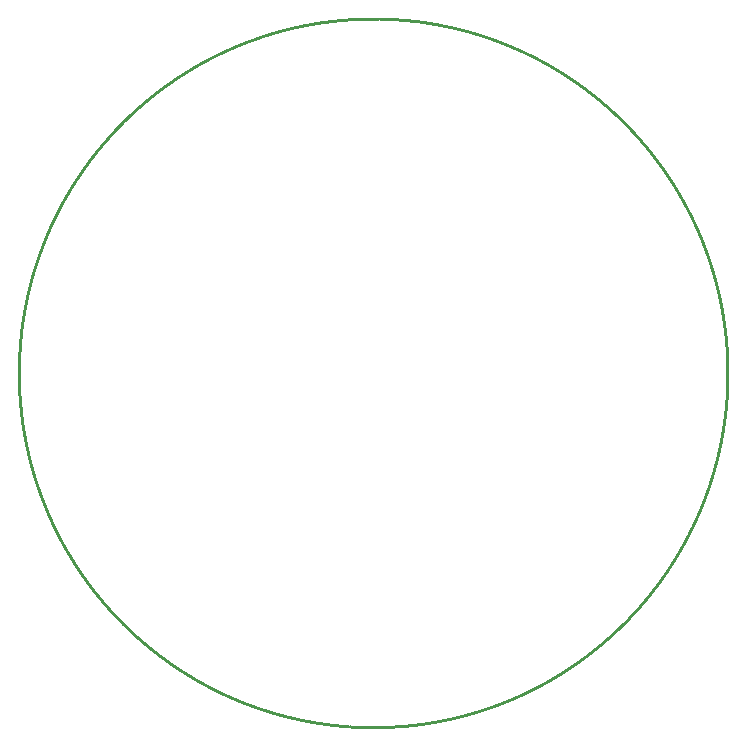
<source format=gko>
G04 Layer_Color=16711935*
%FSTAX42Y42*%
%MOMM*%
G71*
G01*
G75*
%ADD29C,0.25*%
D29*
X027028Y041444D02*
G03*
X027028Y041496I-003J0D01*
G01*
D02*
G03*
X027026Y041548I-003J-000052D01*
G01*
D02*
G03*
X027024Y041601I-002998J-000105D01*
G01*
D02*
G03*
X027021Y041653I-002996J-000157D01*
G01*
D02*
G03*
X027017Y041705I-002993J-000209D01*
G01*
D02*
G03*
X027012Y041757I-002989J-000261D01*
G01*
D02*
G03*
X027006Y041809I-002984J-000314D01*
G01*
D02*
G03*
X026999Y041861I-002978J-000366D01*
G01*
D02*
G03*
X026991Y041913I-002971J-000418D01*
G01*
D02*
G03*
X026983Y041965I-002963J-000469D01*
G01*
D02*
G03*
X026973Y042016I-002954J-000521D01*
G01*
D02*
G03*
X026963Y042067I-002945J-000572D01*
G01*
D02*
G03*
X026951Y042119I-002934J-000624D01*
G01*
D02*
G03*
X026939Y04217I-002923J-000675D01*
G01*
D02*
G03*
X026926Y04222I-002911J-000726D01*
G01*
D02*
G03*
X026912Y042271I-002898J-000776D01*
G01*
D02*
G03*
X026897Y042321I-002884J-000827D01*
G01*
D02*
G03*
X026881Y042371I-002869J-000877D01*
G01*
D02*
G03*
X026865Y04242I-002853J-000927D01*
G01*
D02*
G03*
X026847Y04247I-002837J-000977D01*
G01*
D02*
G03*
X026829Y042519I-002819J-001026D01*
G01*
D02*
G03*
X02681Y042568I-002801J-001075D01*
G01*
D02*
G03*
X02679Y042616I-002782J-001124D01*
G01*
D02*
G03*
X026769Y042664I-002762J-001172D01*
G01*
D02*
G03*
X026747Y042712I-002741J-00122D01*
G01*
D02*
G03*
X026725Y042759I-002719J-001268D01*
G01*
D02*
G03*
X026701Y042806I-002696J-001315D01*
G01*
D02*
G03*
X026677Y042852I-002673J-001362D01*
G01*
D02*
G03*
X026652Y042898I-002649J-001408D01*
G01*
D02*
G03*
X026626Y042944I-002624J-001454D01*
G01*
D02*
G03*
X0266Y042989I-002598J-0015D01*
G01*
D02*
G03*
X026572Y043034I-002572J-001545D01*
G01*
D02*
G03*
X026544Y043078I-002544J-00159D01*
G01*
D02*
G03*
X026515Y043121I-002516J-001634D01*
G01*
D02*
G03*
X026486Y043164I-002487J-001678D01*
G01*
D02*
G03*
X026455Y043207I-002457J-001721D01*
G01*
D02*
G03*
X026424Y043249I-002427J-001763D01*
G01*
D02*
G03*
X026392Y043291I-002396J-001805D01*
G01*
D02*
G03*
X02636Y043332I-002364J-001847D01*
G01*
D02*
G03*
X026326Y043372I-002331J-001888D01*
G01*
D02*
G03*
X026292Y043412I-002298J-001928D01*
G01*
D02*
G03*
X026258Y043451I-002264J-001968D01*
G01*
D02*
G03*
X026222Y04349I-002229J-002007D01*
G01*
D02*
G03*
X026186Y043528I-002194J-002046D01*
G01*
D02*
G03*
X02615Y043565I-002158J-002084D01*
G01*
D02*
G03*
X026112Y043602I-002121J-002121D01*
G01*
D02*
G03*
X026074Y043638I-002084J-002158D01*
G01*
D02*
G03*
X026036Y043673I-002046J-002194D01*
G01*
D02*
G03*
X025996Y043708I-002007J-002229D01*
G01*
D02*
G03*
X025957Y043742I-001968J-002264D01*
G01*
D02*
G03*
X025916Y043775I-001928J-002298D01*
G01*
D02*
G03*
X025875Y043808I-001888J-002331D01*
G01*
D02*
G03*
X025834Y04384I-001847J-002364D01*
G01*
D02*
G03*
X025792Y043871I-001805J-002396D01*
G01*
D02*
G03*
X025749Y043901I-001763J-002427D01*
G01*
D02*
G03*
X025706Y043931I-001721J-002457D01*
G01*
D02*
G03*
X025662Y04396I-001678J-002487D01*
G01*
D02*
G03*
X025618Y043988I-001634J-002516D01*
G01*
D02*
G03*
X025573Y044015I-00159J-002544D01*
G01*
D02*
G03*
X025528Y044042I-001545J-002572D01*
G01*
D02*
G03*
X025483Y044068I-0015J-002598D01*
G01*
D02*
G03*
X025437Y044093I-001454J-002624D01*
G01*
D02*
G03*
X02539Y044117I-001408J-002649D01*
G01*
D02*
G03*
X025343Y04414I-001362J-002673D01*
G01*
D02*
G03*
X025296Y044163I-001315J-002696D01*
G01*
D02*
G03*
X025248Y044184I-001268J-002719D01*
G01*
D02*
G03*
X0252Y044205I-00122J-002741D01*
G01*
D02*
G03*
X025152Y044225I-001172J-002762D01*
G01*
D02*
G03*
X025103Y044245I-001124J-002782D01*
G01*
D02*
G03*
X025054Y044263I-001075J-002801D01*
G01*
D02*
G03*
X025005Y04428I-001026J-002819D01*
G01*
D02*
G03*
X024955Y044297I-000977J-002837D01*
G01*
D02*
G03*
X024905Y044313I-000927J-002853D01*
G01*
D02*
G03*
X024855Y044328I-000877J-002869D01*
G01*
D02*
G03*
X024805Y044342I-000827J-002884D01*
G01*
D02*
G03*
X024754Y044355I-000776J-002898D01*
G01*
D02*
G03*
X024703Y044367I-000726J-002911D01*
G01*
D02*
G03*
X024652Y044378I-000675J-002923D01*
G01*
D02*
G03*
X024601Y044389I-000624J-002934D01*
G01*
D02*
G03*
X024549Y044398I-000572J-002945D01*
G01*
D02*
G03*
X024498Y044407I-000521J-002954D01*
G01*
D02*
G03*
X024446Y044415I-000469J-002963D01*
G01*
D02*
G03*
X024394Y044421I-000418J-002971D01*
G01*
D02*
G03*
X024342Y044427I-000366J-002978D01*
G01*
D02*
G03*
X02429Y044432I-000314J-002984D01*
G01*
D02*
G03*
X024238Y044436I-000261J-002989D01*
G01*
D02*
G03*
X024185Y04444I-000209J-002993D01*
G01*
D02*
G03*
X024133Y044442I-000157J-002996D01*
G01*
D02*
G03*
X024081Y044443I-000105J-002998D01*
G01*
D02*
G03*
X024028Y044444I-000052J-003D01*
G01*
D02*
G03*
X023976Y044443I0J-003D01*
G01*
D02*
G03*
X023924Y044442I000052J-003D01*
G01*
D02*
G03*
X023871Y04444I000105J-002998D01*
G01*
D02*
G03*
X023819Y044436I000157J-002996D01*
G01*
D02*
G03*
X023767Y044432I000209J-002993D01*
G01*
D02*
G03*
X023715Y044427I000261J-002989D01*
G01*
D02*
G03*
X023663Y044421I000314J-002984D01*
G01*
D02*
G03*
X023611Y044415I000366J-002978D01*
G01*
D02*
G03*
X023559Y044407I000418J-002971D01*
G01*
D02*
G03*
X023507Y044398I000469J-002963D01*
G01*
D02*
G03*
X023456Y044389I000521J-002954D01*
G01*
D02*
G03*
X023405Y044378I000572J-002945D01*
G01*
D02*
G03*
X023353Y044367I000624J-002934D01*
G01*
D02*
G03*
X023302Y044355I000675J-002923D01*
G01*
D02*
G03*
X023252Y044342I000726J-002911D01*
G01*
D02*
G03*
X023201Y044328I000776J-002898D01*
G01*
D02*
G03*
X023151Y044313I000827J-002884D01*
G01*
D02*
G03*
X023101Y044297I000877J-002869D01*
G01*
D02*
G03*
X023052Y04428I000927J-002853D01*
G01*
D02*
G03*
X023002Y044263I000977J-002837D01*
G01*
D02*
G03*
X022953Y044245I001026J-002819D01*
G01*
D02*
G03*
X022904Y044225I001075J-002801D01*
G01*
D02*
G03*
X022856Y044205I001124J-002782D01*
G01*
D02*
G03*
X022808Y044184I001172J-002762D01*
G01*
D02*
G03*
X02276Y044163I00122J-002741D01*
G01*
D02*
G03*
X022713Y04414I001268J-002719D01*
G01*
D02*
G03*
X022666Y044117I001315J-002696D01*
G01*
D02*
G03*
X02262Y044093I001362J-002673D01*
G01*
D02*
G03*
X022574Y044068I001408J-002649D01*
G01*
D02*
G03*
X022528Y044042I001454J-002624D01*
G01*
D02*
G03*
X022483Y044015I0015J-002598D01*
G01*
D02*
G03*
X022439Y043988I001545J-002572D01*
G01*
D02*
G03*
X022394Y04396I00159J-002544D01*
G01*
D02*
G03*
X022351Y043931I001634J-002516D01*
G01*
D02*
G03*
X022308Y043901I001678J-002487D01*
G01*
D02*
G03*
X022265Y043871I001721J-002457D01*
G01*
D02*
G03*
X022223Y04384I001763J-002427D01*
G01*
D02*
G03*
X022181Y043808I001805J-002396D01*
G01*
D02*
G03*
X02214Y043775I001847J-002364D01*
G01*
D02*
G03*
X0221Y043742I001888J-002331D01*
G01*
D02*
G03*
X02206Y043708I001928J-002298D01*
G01*
D02*
G03*
X022021Y043673I001968J-002264D01*
G01*
D02*
G03*
X021982Y043638I002007J-002229D01*
G01*
D02*
G03*
X021944Y043602I002046J-002194D01*
G01*
D02*
G03*
X021907Y043565I002084J-002158D01*
G01*
D02*
G03*
X02187Y043528I002121J-002121D01*
G01*
D02*
G03*
X021834Y04349I002158J-002084D01*
G01*
D02*
G03*
X021799Y043451I002194J-002046D01*
G01*
D02*
G03*
X021764Y043412I002229J-002007D01*
G01*
D02*
G03*
X02173Y043372I002264J-001968D01*
G01*
D02*
G03*
X021697Y043332I002298J-001928D01*
G01*
D02*
G03*
X021664Y043291I002331J-001888D01*
G01*
D02*
G03*
X021632Y043249I002364J-001847D01*
G01*
D02*
G03*
X021601Y043207I002396J-001805D01*
G01*
D02*
G03*
X021571Y043164I002427J-001763D01*
G01*
D02*
G03*
X021541Y043121I002457J-001721D01*
G01*
D02*
G03*
X021512Y043078I002487J-001678D01*
G01*
D02*
G03*
X021484Y043034I002516J-001634D01*
G01*
D02*
G03*
X021457Y042989I002544J-00159D01*
G01*
D02*
G03*
X02143Y042944I002572J-001545D01*
G01*
D02*
G03*
X021404Y042898I002598J-0015D01*
G01*
D02*
G03*
X021379Y042852I002624J-001454D01*
G01*
D02*
G03*
X021355Y042806I002649J-001408D01*
G01*
D02*
G03*
X021332Y042759I002673J-001362D01*
G01*
D02*
G03*
X021309Y042712I002696J-001315D01*
G01*
D02*
G03*
X021288Y042664I002719J-001268D01*
G01*
D02*
G03*
X021267Y042616I002741J-00122D01*
G01*
D02*
G03*
X021247Y042568I002762J-001172D01*
G01*
D02*
G03*
X021228Y042519I002782J-001124D01*
G01*
D02*
G03*
X021209Y04247I002801J-001075D01*
G01*
D02*
G03*
X021192Y04242I002819J-001026D01*
G01*
D02*
G03*
X021175Y042371I002837J-000977D01*
G01*
D02*
G03*
X021159Y042321I002853J-000927D01*
G01*
D02*
G03*
X021144Y042271I002869J-000877D01*
G01*
D02*
G03*
X02113Y04222I002884J-000827D01*
G01*
D02*
G03*
X021117Y04217I002898J-000776D01*
G01*
D02*
G03*
X021105Y042119I002911J-000726D01*
G01*
D02*
G03*
X021094Y042067I002923J-000675D01*
G01*
D02*
G03*
X021083Y042016I002934J-000624D01*
G01*
D02*
G03*
X021074Y041965I002945J-000572D01*
G01*
D02*
G03*
X021065Y041913I002954J-000521D01*
G01*
D02*
G03*
X021057Y041861I002963J-000469D01*
G01*
D02*
G03*
X021051Y041809I002971J-000418D01*
G01*
D02*
G03*
X021045Y041757I002978J-000366D01*
G01*
D02*
G03*
X02104Y041705I002984J-000314D01*
G01*
D02*
G03*
X021036Y041653I002989J-000261D01*
G01*
D02*
G03*
X021032Y041601I002993J-000209D01*
G01*
D02*
G03*
X02103Y041548I002996J-000157D01*
G01*
D02*
G03*
X021029Y041496I002998J-000105D01*
G01*
D02*
G03*
X021028Y041444I003J-000052D01*
G01*
D02*
G03*
X021029Y041391I003J0D01*
G01*
D02*
G03*
X02103Y041339I003J000052D01*
G01*
D02*
G03*
X021032Y041287I002998J000105D01*
G01*
D02*
G03*
X021036Y041234I002996J000157D01*
G01*
D02*
G03*
X02104Y041182I002993J000209D01*
G01*
D02*
G03*
X021045Y04113I002989J000261D01*
G01*
D02*
G03*
X021051Y041078I002984J000314D01*
G01*
D02*
G03*
X021057Y041026I002978J000366D01*
G01*
D02*
G03*
X021065Y040974I002971J000418D01*
G01*
D02*
G03*
X021074Y040923I002963J000469D01*
G01*
D02*
G03*
X021083Y040871I002954J000521D01*
G01*
D02*
G03*
X021094Y04082I002945J000572D01*
G01*
D02*
G03*
X021105Y040769I002934J000624D01*
G01*
D02*
G03*
X021117Y040718I002923J000675D01*
G01*
D02*
G03*
X02113Y040667I002911J000726D01*
G01*
D02*
G03*
X021144Y040617I002898J000776D01*
G01*
D02*
G03*
X021159Y040567I002884J000827D01*
G01*
D02*
G03*
X021175Y040517I002869J000877D01*
G01*
D02*
G03*
X021192Y040467I002853J000927D01*
G01*
D02*
G03*
X021209Y040418I002837J000977D01*
G01*
D02*
G03*
X021228Y040369I002819J001026D01*
G01*
D02*
G03*
X021247Y04032I002801J001075D01*
G01*
D02*
G03*
X021267Y040272I002782J001124D01*
G01*
D02*
G03*
X021288Y040224I002762J001172D01*
G01*
D02*
G03*
X021309Y040176I002741J00122D01*
G01*
D02*
G03*
X021332Y040129I002719J001268D01*
G01*
D02*
G03*
X021355Y040082I002696J001315D01*
G01*
D02*
G03*
X021379Y040035I002673J001362D01*
G01*
D02*
G03*
X021404Y039989I002649J001408D01*
G01*
D02*
G03*
X02143Y039944I002624J001454D01*
G01*
D02*
G03*
X021457Y039899I002598J0015D01*
G01*
D02*
G03*
X021484Y039854I002572J001545D01*
G01*
D02*
G03*
X021512Y03981I002544J00159D01*
G01*
D02*
G03*
X021541Y039766I002516J001634D01*
G01*
D02*
G03*
X021571Y039723I002487J001678D01*
G01*
D02*
G03*
X021601Y03968I002457J001721D01*
G01*
D02*
G03*
X021632Y039638I002427J001763D01*
G01*
D02*
G03*
X021664Y039597I002396J001805D01*
G01*
D02*
G03*
X021697Y039556I002364J001847D01*
G01*
D02*
G03*
X02173Y039515I002331J001888D01*
G01*
D02*
G03*
X021764Y039476I002298J001928D01*
G01*
D02*
G03*
X021799Y039436I002264J001968D01*
G01*
D02*
G03*
X021834Y039398I002229J002007D01*
G01*
D02*
G03*
X02187Y03936I002194J002046D01*
G01*
D02*
G03*
X021907Y039322I002158J002084D01*
G01*
D02*
G03*
X021944Y039286I002121J002121D01*
G01*
D02*
G03*
X021982Y03925I002084J002158D01*
G01*
D02*
G03*
X022021Y039214I002046J002194D01*
G01*
D02*
G03*
X02206Y03918I002007J002229D01*
G01*
D02*
G03*
X0221Y039146I001968J002264D01*
G01*
D02*
G03*
X02214Y039112I001928J002298D01*
G01*
D02*
G03*
X022181Y03908I001888J002331D01*
G01*
D02*
G03*
X022223Y039048I001847J002364D01*
G01*
D02*
G03*
X022265Y039017I001805J002396D01*
G01*
D02*
G03*
X022308Y038986I001763J002427D01*
G01*
D02*
G03*
X022351Y038957I001721J002457D01*
G01*
D02*
G03*
X022394Y038928I001678J002487D01*
G01*
D02*
G03*
X022439Y0389I001634J002516D01*
G01*
D02*
G03*
X022483Y038872I00159J002544D01*
G01*
D02*
G03*
X022528Y038846I001545J002572D01*
G01*
D02*
G03*
X022574Y03882I0015J002598D01*
G01*
D02*
G03*
X02262Y038795I001454J002624D01*
G01*
D02*
G03*
X022666Y038771I001408J002649D01*
G01*
D02*
G03*
X022713Y038747I001362J002673D01*
G01*
D02*
G03*
X02276Y038725I001315J002696D01*
G01*
D02*
G03*
X022808Y038703I001268J002719D01*
G01*
D02*
G03*
X022856Y038682I00122J002741D01*
G01*
D02*
G03*
X022904Y038662I001172J002762D01*
G01*
D02*
G03*
X022953Y038643I001124J002782D01*
G01*
D02*
G03*
X023002Y038625I001075J002801D01*
G01*
D02*
G03*
X023052Y038607I001026J002819D01*
G01*
D02*
G03*
X023101Y038591I000977J002837D01*
G01*
D02*
G03*
X023151Y038575I000927J002853D01*
G01*
D02*
G03*
X023201Y03856I000877J002869D01*
G01*
D02*
G03*
X023252Y038546I000827J002884D01*
G01*
D02*
G03*
X023302Y038533I000776J002898D01*
G01*
D02*
G03*
X023353Y038521I000726J002911D01*
G01*
D02*
G03*
X023405Y038509I000675J002923D01*
G01*
D02*
G03*
X023456Y038499I000624J002934D01*
G01*
D02*
G03*
X023507Y038489I000572J002945D01*
G01*
D02*
G03*
X023559Y038481I000521J002954D01*
G01*
D02*
G03*
X023611Y038473I000469J002963D01*
G01*
D02*
G03*
X023663Y038466I000418J002971D01*
G01*
D02*
G03*
X023715Y03846I000366J002978D01*
G01*
D02*
G03*
X023767Y038455I000314J002984D01*
G01*
D02*
G03*
X023819Y038451I000261J002989D01*
G01*
D02*
G03*
X023871Y038448I000209J002993D01*
G01*
D02*
G03*
X023924Y038446I000157J002996D01*
G01*
D02*
G03*
X023976Y038444I000105J002998D01*
G01*
D02*
G03*
X024028Y038444I000052J003D01*
G01*
D02*
G03*
X024081Y038444I0J003D01*
G01*
D02*
G03*
X024133Y038446I-000052J003D01*
G01*
D02*
G03*
X024185Y038448I-000105J002998D01*
G01*
D02*
G03*
X024238Y038451I-000157J002996D01*
G01*
D02*
G03*
X02429Y038455I-000209J002993D01*
G01*
D02*
G03*
X024342Y03846I-000261J002989D01*
G01*
D02*
G03*
X024394Y038466I-000314J002984D01*
G01*
D02*
G03*
X024446Y038473I-000366J002978D01*
G01*
D02*
G03*
X024498Y038481I-000418J002971D01*
G01*
D02*
G03*
X024549Y038489I-000469J002963D01*
G01*
D02*
G03*
X024601Y038499I-000521J002954D01*
G01*
D02*
G03*
X024652Y038509I-000572J002945D01*
G01*
D02*
G03*
X024703Y038521I-000624J002934D01*
G01*
D02*
G03*
X024754Y038533I-000675J002923D01*
G01*
D02*
G03*
X024805Y038546I-000726J002911D01*
G01*
D02*
G03*
X024855Y03856I-000776J002898D01*
G01*
D02*
G03*
X024905Y038575I-000827J002884D01*
G01*
D02*
G03*
X024955Y038591I-000877J002869D01*
G01*
D02*
G03*
X025005Y038607I-000927J002853D01*
G01*
D02*
G03*
X025054Y038625I-000977J002837D01*
G01*
D02*
G03*
X025103Y038643I-001026J002819D01*
G01*
D02*
G03*
X025152Y038662I-001075J002801D01*
G01*
D02*
G03*
X0252Y038682I-001124J002782D01*
G01*
D02*
G03*
X025248Y038703I-001172J002762D01*
G01*
D02*
G03*
X025296Y038725I-00122J002741D01*
G01*
D02*
G03*
X025343Y038747I-001268J002719D01*
G01*
D02*
G03*
X02539Y038771I-001315J002696D01*
G01*
D02*
G03*
X025437Y038795I-001362J002673D01*
G01*
D02*
G03*
X025483Y03882I-001408J002649D01*
G01*
D02*
G03*
X025528Y038846I-001454J002624D01*
G01*
D02*
G03*
X025573Y038872I-0015J002598D01*
G01*
D02*
G03*
X025618Y0389I-001545J002572D01*
G01*
D02*
G03*
X025662Y038928I-00159J002544D01*
G01*
D02*
G03*
X025706Y038957I-001634J002516D01*
G01*
D02*
G03*
X025749Y038986I-001678J002487D01*
G01*
D02*
G03*
X025792Y039017I-001721J002457D01*
G01*
D02*
G03*
X025834Y039048I-001763J002427D01*
G01*
D02*
G03*
X025875Y03908I-001805J002396D01*
G01*
D02*
G03*
X025916Y039112I-001847J002364D01*
G01*
D02*
G03*
X025957Y039146I-001888J002331D01*
G01*
D02*
G03*
X025996Y03918I-001928J002298D01*
G01*
D02*
G03*
X026036Y039214I-001968J002264D01*
G01*
D02*
G03*
X026074Y03925I-002007J002229D01*
G01*
D02*
G03*
X026112Y039286I-002046J002194D01*
G01*
D02*
G03*
X02615Y039322I-002084J002158D01*
G01*
D02*
G03*
X026186Y03936I-002121J002121D01*
G01*
D02*
G03*
X026222Y039398I-002158J002084D01*
G01*
D02*
G03*
X026258Y039436I-002194J002046D01*
G01*
D02*
G03*
X026292Y039476I-002229J002007D01*
G01*
D02*
G03*
X026326Y039515I-002264J001968D01*
G01*
D02*
G03*
X02636Y039556I-002298J001928D01*
G01*
D02*
G03*
X026392Y039597I-002331J001888D01*
G01*
D02*
G03*
X026424Y039638I-002364J001847D01*
G01*
D02*
G03*
X026455Y03968I-002396J001805D01*
G01*
D02*
G03*
X026486Y039723I-002427J001763D01*
G01*
D02*
G03*
X026515Y039766I-002457J001721D01*
G01*
D02*
G03*
X026544Y03981I-002487J001678D01*
G01*
D02*
G03*
X026572Y039854I-002516J001634D01*
G01*
D02*
G03*
X0266Y039899I-002544J00159D01*
G01*
D02*
G03*
X026626Y039944I-002572J001545D01*
G01*
D02*
G03*
X026652Y039989I-002598J0015D01*
G01*
D02*
G03*
X026677Y040035I-002624J001454D01*
G01*
D02*
G03*
X026701Y040082I-002649J001408D01*
G01*
D02*
G03*
X026725Y040129I-002673J001362D01*
G01*
D02*
G03*
X026747Y040176I-002696J001315D01*
G01*
D02*
G03*
X026769Y040224I-002719J001268D01*
G01*
D02*
G03*
X02679Y040272I-002741J00122D01*
G01*
D02*
G03*
X02681Y04032I-002762J001172D01*
G01*
D02*
G03*
X026829Y040369I-002782J001124D01*
G01*
D02*
G03*
X026847Y040418I-002801J001075D01*
G01*
D02*
G03*
X026865Y040467I-002819J001026D01*
G01*
D02*
G03*
X026881Y040517I-002837J000977D01*
G01*
D02*
G03*
X026897Y040567I-002853J000927D01*
G01*
D02*
G03*
X026912Y040617I-002869J000877D01*
G01*
D02*
G03*
X026926Y040667I-002884J000827D01*
G01*
D02*
G03*
X026939Y040718I-002898J000776D01*
G01*
D02*
G03*
X026951Y040769I-002911J000726D01*
G01*
D02*
G03*
X026963Y04082I-002923J000675D01*
G01*
D02*
G03*
X026973Y040871I-002934J000624D01*
G01*
D02*
G03*
X026983Y040923I-002945J000572D01*
G01*
D02*
G03*
X026991Y040974I-002954J000521D01*
G01*
D02*
G03*
X026999Y041026I-002963J000469D01*
G01*
D02*
G03*
X027006Y041078I-002971J000418D01*
G01*
D02*
G03*
X027012Y04113I-002978J000366D01*
G01*
D02*
G03*
X027017Y041182I-002984J000314D01*
G01*
D02*
G03*
X027021Y041234I-002989J000261D01*
G01*
D02*
G03*
X027024Y041287I-002993J000209D01*
G01*
D02*
G03*
X027026Y041339I-002996J000157D01*
G01*
D02*
G03*
X027028Y041391I-002998J000105D01*
G01*
D02*
G03*
X027028Y041444I-003J000052D01*
G01*
M02*

</source>
